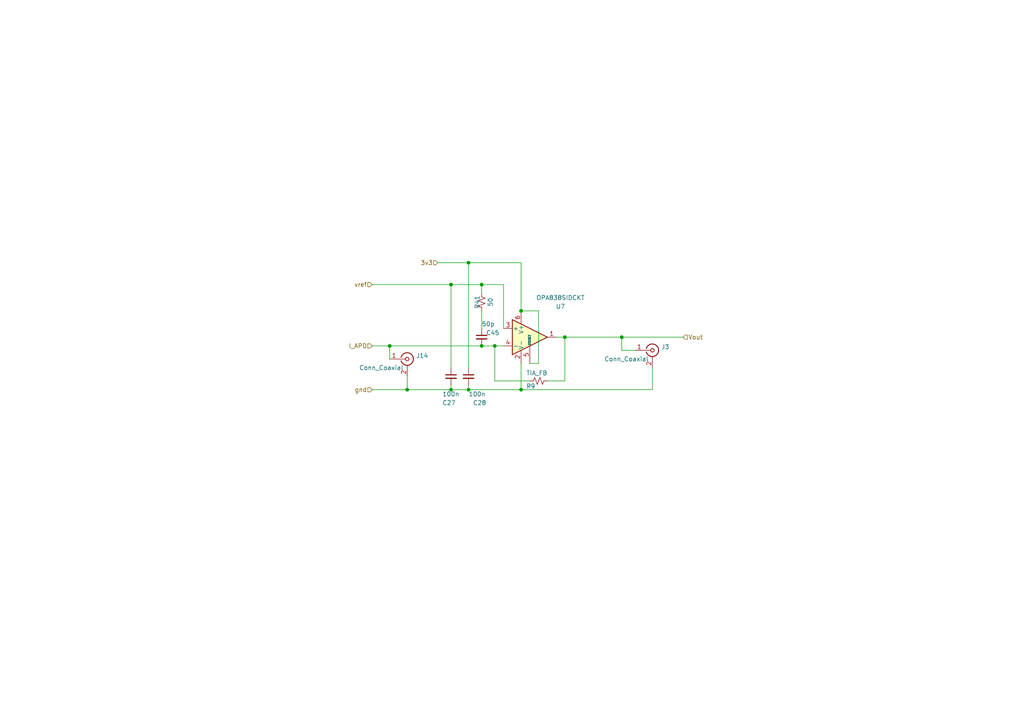
<source format=kicad_sch>
(kicad_sch
	(version 20231120)
	(generator "eeschema")
	(generator_version "8.0")
	(uuid "850ffad2-d63e-4dca-9db0-6e2624d14693")
	(paper "A4")
	(lib_symbols
		(symbol "Amplifier_Operational:ADA4807-1"
			(pin_names
				(offset 0.127)
			)
			(exclude_from_sim no)
			(in_bom yes)
			(on_board yes)
			(property "Reference" "U"
				(at 1.27 3.81 0)
				(effects
					(font
						(size 1.27 1.27)
					)
					(justify left)
				)
			)
			(property "Value" "ADA4807-1"
				(at 1.27 -3.81 0)
				(effects
					(font
						(size 1.27 1.27)
					)
					(justify left)
				)
			)
			(property "Footprint" ""
				(at 0 -6.35 0)
				(effects
					(font
						(size 1.27 1.27)
					)
					(hide yes)
				)
			)
			(property "Datasheet" "https://www.analog.com/media/en/technical-documentation/data-sheets/ADA4807-1_4807-2_4807-4.pdf"
				(at 0 -8.89 0)
				(effects
					(font
						(size 1.27 1.27)
					)
					(justify left)
					(hide yes)
				)
			)
			(property "Description" "Single Rail-to-Rail Input/Output Amplifiers, with disable, SC-70-6/SOT-23-6"
				(at 0 0 0)
				(effects
					(font
						(size 1.27 1.27)
					)
					(hide yes)
				)
			)
			(property "ki_keywords" "single opamp"
				(at 0 0 0)
				(effects
					(font
						(size 1.27 1.27)
					)
					(hide yes)
				)
			)
			(property "ki_fp_filters" "*SC*70* SOT?23*"
				(at 0 0 0)
				(effects
					(font
						(size 1.27 1.27)
					)
					(hide yes)
				)
			)
			(symbol "ADA4807-1_0_1"
				(polyline
					(pts
						(xy -5.08 5.08) (xy 5.08 0) (xy -5.08 -5.08) (xy -5.08 5.08)
					)
					(stroke
						(width 0.254)
						(type default)
					)
					(fill
						(type background)
					)
				)
			)
			(symbol "ADA4807-1_1_1"
				(pin output line
					(at 7.62 0 180)
					(length 2.54)
					(name "~"
						(effects
							(font
								(size 1.27 1.27)
							)
						)
					)
					(number "1"
						(effects
							(font
								(size 1.27 1.27)
							)
						)
					)
				)
				(pin power_in line
					(at -2.54 -7.62 90)
					(length 3.81)
					(name "V-"
						(effects
							(font
								(size 1.27 1.27)
							)
						)
					)
					(number "2"
						(effects
							(font
								(size 1.27 1.27)
							)
						)
					)
				)
				(pin input line
					(at -7.62 2.54 0)
					(length 2.54)
					(name "+"
						(effects
							(font
								(size 1.27 1.27)
							)
						)
					)
					(number "3"
						(effects
							(font
								(size 1.27 1.27)
							)
						)
					)
				)
				(pin input line
					(at -7.62 -2.54 0)
					(length 2.54)
					(name "-"
						(effects
							(font
								(size 1.27 1.27)
							)
						)
					)
					(number "4"
						(effects
							(font
								(size 1.27 1.27)
							)
						)
					)
				)
				(pin input line
					(at 0 -7.62 90)
					(length 5.08)
					(name "~{DISABLE}"
						(effects
							(font
								(size 0.508 0.508)
							)
						)
					)
					(number "5"
						(effects
							(font
								(size 1.27 1.27)
							)
						)
					)
				)
				(pin power_in line
					(at -2.54 7.62 270)
					(length 3.81)
					(name "V+"
						(effects
							(font
								(size 1.27 1.27)
							)
						)
					)
					(number "6"
						(effects
							(font
								(size 1.27 1.27)
							)
						)
					)
				)
			)
		)
		(symbol "Connector:Conn_Coaxial"
			(pin_names
				(offset 1.016) hide)
			(exclude_from_sim no)
			(in_bom yes)
			(on_board yes)
			(property "Reference" "J"
				(at 0.254 3.048 0)
				(effects
					(font
						(size 1.27 1.27)
					)
				)
			)
			(property "Value" "Conn_Coaxial"
				(at 2.921 0 90)
				(effects
					(font
						(size 1.27 1.27)
					)
				)
			)
			(property "Footprint" ""
				(at 0 0 0)
				(effects
					(font
						(size 1.27 1.27)
					)
					(hide yes)
				)
			)
			(property "Datasheet" " ~"
				(at 0 0 0)
				(effects
					(font
						(size 1.27 1.27)
					)
					(hide yes)
				)
			)
			(property "Description" "coaxial connector (BNC, SMA, SMB, SMC, Cinch/RCA, LEMO, ...)"
				(at 0 0 0)
				(effects
					(font
						(size 1.27 1.27)
					)
					(hide yes)
				)
			)
			(property "ki_keywords" "BNC SMA SMB SMC LEMO coaxial connector CINCH RCA"
				(at 0 0 0)
				(effects
					(font
						(size 1.27 1.27)
					)
					(hide yes)
				)
			)
			(property "ki_fp_filters" "*BNC* *SMA* *SMB* *SMC* *Cinch* *LEMO*"
				(at 0 0 0)
				(effects
					(font
						(size 1.27 1.27)
					)
					(hide yes)
				)
			)
			(symbol "Conn_Coaxial_0_1"
				(arc
					(start -1.778 -0.508)
					(mid 0.2311 -1.8066)
					(end 1.778 0)
					(stroke
						(width 0.254)
						(type default)
					)
					(fill
						(type none)
					)
				)
				(polyline
					(pts
						(xy -2.54 0) (xy -0.508 0)
					)
					(stroke
						(width 0)
						(type default)
					)
					(fill
						(type none)
					)
				)
				(polyline
					(pts
						(xy 0 -2.54) (xy 0 -1.778)
					)
					(stroke
						(width 0)
						(type default)
					)
					(fill
						(type none)
					)
				)
				(circle
					(center 0 0)
					(radius 0.508)
					(stroke
						(width 0.2032)
						(type default)
					)
					(fill
						(type none)
					)
				)
				(arc
					(start 1.778 0)
					(mid 0.2099 1.8101)
					(end -1.778 0.508)
					(stroke
						(width 0.254)
						(type default)
					)
					(fill
						(type none)
					)
				)
			)
			(symbol "Conn_Coaxial_1_1"
				(pin passive line
					(at -5.08 0 0)
					(length 2.54)
					(name "In"
						(effects
							(font
								(size 1.27 1.27)
							)
						)
					)
					(number "1"
						(effects
							(font
								(size 1.27 1.27)
							)
						)
					)
				)
				(pin passive line
					(at 0 -5.08 90)
					(length 2.54)
					(name "Ext"
						(effects
							(font
								(size 1.27 1.27)
							)
						)
					)
					(number "2"
						(effects
							(font
								(size 1.27 1.27)
							)
						)
					)
				)
			)
		)
		(symbol "Device:C_Small"
			(pin_numbers hide)
			(pin_names
				(offset 0.254) hide)
			(exclude_from_sim no)
			(in_bom yes)
			(on_board yes)
			(property "Reference" "C"
				(at 0.254 1.778 0)
				(effects
					(font
						(size 1.27 1.27)
					)
					(justify left)
				)
			)
			(property "Value" "C_Small"
				(at 0.254 -2.032 0)
				(effects
					(font
						(size 1.27 1.27)
					)
					(justify left)
				)
			)
			(property "Footprint" ""
				(at 0 0 0)
				(effects
					(font
						(size 1.27 1.27)
					)
					(hide yes)
				)
			)
			(property "Datasheet" "~"
				(at 0 0 0)
				(effects
					(font
						(size 1.27 1.27)
					)
					(hide yes)
				)
			)
			(property "Description" "Unpolarized capacitor, small symbol"
				(at 0 0 0)
				(effects
					(font
						(size 1.27 1.27)
					)
					(hide yes)
				)
			)
			(property "ki_keywords" "capacitor cap"
				(at 0 0 0)
				(effects
					(font
						(size 1.27 1.27)
					)
					(hide yes)
				)
			)
			(property "ki_fp_filters" "C_*"
				(at 0 0 0)
				(effects
					(font
						(size 1.27 1.27)
					)
					(hide yes)
				)
			)
			(symbol "C_Small_0_1"
				(polyline
					(pts
						(xy -1.524 -0.508) (xy 1.524 -0.508)
					)
					(stroke
						(width 0.3302)
						(type default)
					)
					(fill
						(type none)
					)
				)
				(polyline
					(pts
						(xy -1.524 0.508) (xy 1.524 0.508)
					)
					(stroke
						(width 0.3048)
						(type default)
					)
					(fill
						(type none)
					)
				)
			)
			(symbol "C_Small_1_1"
				(pin passive line
					(at 0 2.54 270)
					(length 2.032)
					(name "~"
						(effects
							(font
								(size 1.27 1.27)
							)
						)
					)
					(number "1"
						(effects
							(font
								(size 1.27 1.27)
							)
						)
					)
				)
				(pin passive line
					(at 0 -2.54 90)
					(length 2.032)
					(name "~"
						(effects
							(font
								(size 1.27 1.27)
							)
						)
					)
					(number "2"
						(effects
							(font
								(size 1.27 1.27)
							)
						)
					)
				)
			)
		)
		(symbol "Device:R_Small_US"
			(pin_numbers hide)
			(pin_names
				(offset 0.254) hide)
			(exclude_from_sim no)
			(in_bom yes)
			(on_board yes)
			(property "Reference" "R"
				(at 0.762 0.508 0)
				(effects
					(font
						(size 1.27 1.27)
					)
					(justify left)
				)
			)
			(property "Value" "R_Small_US"
				(at 0.762 -1.016 0)
				(effects
					(font
						(size 1.27 1.27)
					)
					(justify left)
				)
			)
			(property "Footprint" ""
				(at 0 0 0)
				(effects
					(font
						(size 1.27 1.27)
					)
					(hide yes)
				)
			)
			(property "Datasheet" "~"
				(at 0 0 0)
				(effects
					(font
						(size 1.27 1.27)
					)
					(hide yes)
				)
			)
			(property "Description" "Resistor, small US symbol"
				(at 0 0 0)
				(effects
					(font
						(size 1.27 1.27)
					)
					(hide yes)
				)
			)
			(property "ki_keywords" "r resistor"
				(at 0 0 0)
				(effects
					(font
						(size 1.27 1.27)
					)
					(hide yes)
				)
			)
			(property "ki_fp_filters" "R_*"
				(at 0 0 0)
				(effects
					(font
						(size 1.27 1.27)
					)
					(hide yes)
				)
			)
			(symbol "R_Small_US_1_1"
				(polyline
					(pts
						(xy 0 0) (xy 1.016 -0.381) (xy 0 -0.762) (xy -1.016 -1.143) (xy 0 -1.524)
					)
					(stroke
						(width 0)
						(type default)
					)
					(fill
						(type none)
					)
				)
				(polyline
					(pts
						(xy 0 1.524) (xy 1.016 1.143) (xy 0 0.762) (xy -1.016 0.381) (xy 0 0)
					)
					(stroke
						(width 0)
						(type default)
					)
					(fill
						(type none)
					)
				)
				(pin passive line
					(at 0 2.54 270)
					(length 1.016)
					(name "~"
						(effects
							(font
								(size 1.27 1.27)
							)
						)
					)
					(number "1"
						(effects
							(font
								(size 1.27 1.27)
							)
						)
					)
				)
				(pin passive line
					(at 0 -2.54 90)
					(length 1.016)
					(name "~"
						(effects
							(font
								(size 1.27 1.27)
							)
						)
					)
					(number "2"
						(effects
							(font
								(size 1.27 1.27)
							)
						)
					)
				)
			)
		)
	)
	(junction
		(at 118.11 113.03)
		(diameter 0)
		(color 0 0 0 0)
		(uuid "1e12e8b7-1e32-4e58-b11c-b1e6b18a50ac")
	)
	(junction
		(at 135.89 113.03)
		(diameter 0)
		(color 0 0 0 0)
		(uuid "2b9ac8bb-b2ef-4d12-a89a-d7f6a4deff89")
	)
	(junction
		(at 151.13 90.17)
		(diameter 0)
		(color 0 0 0 0)
		(uuid "30d01942-6870-429f-bbc7-9e4ca548c5c9")
	)
	(junction
		(at 139.7 100.33)
		(diameter 0)
		(color 0 0 0 0)
		(uuid "3f327f3e-9c88-4ce8-98c5-a0eb1864f527")
	)
	(junction
		(at 135.89 76.2)
		(diameter 0)
		(color 0 0 0 0)
		(uuid "53b14fd1-879a-41ad-baa1-67e390332177")
	)
	(junction
		(at 130.81 113.03)
		(diameter 0)
		(color 0 0 0 0)
		(uuid "556c6881-1118-4ba8-a9ff-789cf9a95687")
	)
	(junction
		(at 113.03 100.33)
		(diameter 0)
		(color 0 0 0 0)
		(uuid "563690b9-b843-486b-a909-76ad8cbcbc67")
	)
	(junction
		(at 143.51 100.33)
		(diameter 0)
		(color 0 0 0 0)
		(uuid "a48f48fc-81dc-4051-a096-88641ad8095c")
	)
	(junction
		(at 151.13 113.03)
		(diameter 0)
		(color 0 0 0 0)
		(uuid "bd3e856c-a857-4684-81f2-e675c7c53c5e")
	)
	(junction
		(at 130.81 82.55)
		(diameter 0)
		(color 0 0 0 0)
		(uuid "be926295-a959-4f67-b02f-5b3ed16f164d")
	)
	(junction
		(at 180.34 97.79)
		(diameter 0)
		(color 0 0 0 0)
		(uuid "c8a69ea3-2734-458a-8d25-ca41438dd5eb")
	)
	(junction
		(at 139.7 82.55)
		(diameter 0)
		(color 0 0 0 0)
		(uuid "dfd9bc4b-51b5-453e-8586-9413909f0499")
	)
	(junction
		(at 163.83 97.79)
		(diameter 0)
		(color 0 0 0 0)
		(uuid "ffec3452-9e4c-402e-9a59-69dd397db06f")
	)
	(wire
		(pts
			(xy 163.83 97.79) (xy 180.34 97.79)
		)
		(stroke
			(width 0)
			(type default)
		)
		(uuid "033155ca-efd4-4934-b7a7-0b2169a50f37")
	)
	(wire
		(pts
			(xy 127 76.2) (xy 135.89 76.2)
		)
		(stroke
			(width 0)
			(type default)
		)
		(uuid "0919c1c7-9fdb-45e5-9538-654fe1620aab")
	)
	(wire
		(pts
			(xy 118.11 109.22) (xy 118.11 113.03)
		)
		(stroke
			(width 0)
			(type default)
		)
		(uuid "13f7634f-9bb1-4ad6-8e5a-c354899cf10a")
	)
	(wire
		(pts
			(xy 146.05 82.55) (xy 146.05 95.25)
		)
		(stroke
			(width 0)
			(type default)
		)
		(uuid "1842fdd5-ce8e-4359-9673-4dc81f1aa52c")
	)
	(wire
		(pts
			(xy 151.13 105.41) (xy 151.13 113.03)
		)
		(stroke
			(width 0)
			(type default)
		)
		(uuid "19567b3e-683d-48e8-ae08-3243067a2c2f")
	)
	(wire
		(pts
			(xy 113.03 100.33) (xy 139.7 100.33)
		)
		(stroke
			(width 0)
			(type default)
		)
		(uuid "1e720a17-55f1-465e-abdd-be29c39b4763")
	)
	(wire
		(pts
			(xy 135.89 113.03) (xy 130.81 113.03)
		)
		(stroke
			(width 0)
			(type default)
		)
		(uuid "21f9fd69-9bb1-463a-96ef-e2ad5cdcaa6c")
	)
	(wire
		(pts
			(xy 189.23 113.03) (xy 151.13 113.03)
		)
		(stroke
			(width 0)
			(type default)
		)
		(uuid "26e07774-c2ac-4843-bcbd-7065e9b42cf7")
	)
	(wire
		(pts
			(xy 153.67 110.49) (xy 143.51 110.49)
		)
		(stroke
			(width 0)
			(type default)
		)
		(uuid "3954f423-b786-471d-9dfb-27a5cc37a0a6")
	)
	(wire
		(pts
			(xy 151.13 113.03) (xy 135.89 113.03)
		)
		(stroke
			(width 0)
			(type default)
		)
		(uuid "39af36bb-ff71-4708-9414-837255499dc5")
	)
	(wire
		(pts
			(xy 107.95 113.03) (xy 118.11 113.03)
		)
		(stroke
			(width 0)
			(type default)
		)
		(uuid "3ba5f95a-3958-4227-823f-a9a9bd652db5")
	)
	(wire
		(pts
			(xy 139.7 90.17) (xy 139.7 95.25)
		)
		(stroke
			(width 0)
			(type default)
		)
		(uuid "4448d7e9-c20c-4211-890e-e9caf11189fc")
	)
	(wire
		(pts
			(xy 139.7 82.55) (xy 146.05 82.55)
		)
		(stroke
			(width 0)
			(type default)
		)
		(uuid "4b15564a-7af2-464f-bae5-b29d4bfb60f0")
	)
	(wire
		(pts
			(xy 107.95 82.55) (xy 130.81 82.55)
		)
		(stroke
			(width 0)
			(type default)
		)
		(uuid "4d56ed3a-0d20-49ae-ba71-12ca36a3eeb7")
	)
	(wire
		(pts
			(xy 139.7 100.33) (xy 143.51 100.33)
		)
		(stroke
			(width 0)
			(type default)
		)
		(uuid "4dfcd94b-440e-45d8-ba61-e0e18e3022c5")
	)
	(wire
		(pts
			(xy 156.21 90.17) (xy 151.13 90.17)
		)
		(stroke
			(width 0)
			(type default)
		)
		(uuid "500e2473-3bc1-46cb-835d-f8e87e98cf99")
	)
	(wire
		(pts
			(xy 153.67 105.41) (xy 156.21 105.41)
		)
		(stroke
			(width 0)
			(type default)
		)
		(uuid "5ae271cd-7abf-4ad6-993d-4d1f5e5d7551")
	)
	(wire
		(pts
			(xy 130.81 82.55) (xy 130.81 106.68)
		)
		(stroke
			(width 0)
			(type default)
		)
		(uuid "6b74a168-5d7b-4d08-9a76-51b743083749")
	)
	(wire
		(pts
			(xy 156.21 105.41) (xy 156.21 90.17)
		)
		(stroke
			(width 0)
			(type default)
		)
		(uuid "71d31ec0-d498-4944-9a49-db7a46d50c19")
	)
	(wire
		(pts
			(xy 143.51 100.33) (xy 146.05 100.33)
		)
		(stroke
			(width 0)
			(type default)
		)
		(uuid "896f4657-f42f-4d04-aefd-2a0b33a5b453")
	)
	(wire
		(pts
			(xy 118.11 113.03) (xy 130.81 113.03)
		)
		(stroke
			(width 0)
			(type default)
		)
		(uuid "8f2ecf18-6d55-40b2-b62a-6df653b02c8d")
	)
	(wire
		(pts
			(xy 189.23 106.68) (xy 189.23 113.03)
		)
		(stroke
			(width 0)
			(type default)
		)
		(uuid "93695d4c-ecf6-4383-9349-2917a9b60dac")
	)
	(wire
		(pts
			(xy 130.81 113.03) (xy 130.81 111.76)
		)
		(stroke
			(width 0)
			(type default)
		)
		(uuid "9ba1cdc8-1a44-45d8-af29-47fd8c45aa17")
	)
	(wire
		(pts
			(xy 113.03 100.33) (xy 113.03 104.14)
		)
		(stroke
			(width 0)
			(type default)
		)
		(uuid "a287bf97-1adb-460a-9ae1-8337329e9f1f")
	)
	(wire
		(pts
			(xy 107.95 100.33) (xy 113.03 100.33)
		)
		(stroke
			(width 0)
			(type default)
		)
		(uuid "af5360d6-8780-48b2-b308-763197580c02")
	)
	(wire
		(pts
			(xy 151.13 76.2) (xy 151.13 90.17)
		)
		(stroke
			(width 0)
			(type default)
		)
		(uuid "aff9b715-004b-496b-b7a5-8a3d352dea1a")
	)
	(wire
		(pts
			(xy 135.89 76.2) (xy 151.13 76.2)
		)
		(stroke
			(width 0)
			(type default)
		)
		(uuid "b993f1e1-6ce3-4d4a-90a7-631d6ca6854b")
	)
	(wire
		(pts
			(xy 184.15 101.6) (xy 180.34 101.6)
		)
		(stroke
			(width 0)
			(type default)
		)
		(uuid "bff01f7d-b175-4a40-b933-7b473bcb9140")
	)
	(wire
		(pts
			(xy 135.89 113.03) (xy 135.89 111.76)
		)
		(stroke
			(width 0)
			(type default)
		)
		(uuid "c11f1ae8-9738-4be8-8006-d9f70c9e3658")
	)
	(wire
		(pts
			(xy 180.34 101.6) (xy 180.34 97.79)
		)
		(stroke
			(width 0)
			(type default)
		)
		(uuid "cf1963d9-43d8-44e4-bc34-9eae3177e316")
	)
	(wire
		(pts
			(xy 180.34 97.79) (xy 198.12 97.79)
		)
		(stroke
			(width 0)
			(type default)
		)
		(uuid "d24ca0bf-74ba-4baf-b6c0-80d015898986")
	)
	(wire
		(pts
			(xy 163.83 110.49) (xy 163.83 97.79)
		)
		(stroke
			(width 0)
			(type default)
		)
		(uuid "d8157c76-0e33-4f01-9eac-87eca9e8e38f")
	)
	(wire
		(pts
			(xy 143.51 110.49) (xy 143.51 100.33)
		)
		(stroke
			(width 0)
			(type default)
		)
		(uuid "dd036acd-7e6a-4f02-b188-05054236029f")
	)
	(wire
		(pts
			(xy 135.89 106.68) (xy 135.89 76.2)
		)
		(stroke
			(width 0)
			(type default)
		)
		(uuid "f2871b8d-ac96-4eee-9521-060d0624043c")
	)
	(wire
		(pts
			(xy 139.7 82.55) (xy 139.7 85.09)
		)
		(stroke
			(width 0)
			(type default)
		)
		(uuid "f9e838f9-76c7-4474-bc4e-2e2ff8ad7863")
	)
	(wire
		(pts
			(xy 158.75 110.49) (xy 163.83 110.49)
		)
		(stroke
			(width 0)
			(type default)
		)
		(uuid "fb635d95-7100-4c05-a33e-7d995a9dd129")
	)
	(wire
		(pts
			(xy 163.83 97.79) (xy 161.29 97.79)
		)
		(stroke
			(width 0)
			(type default)
		)
		(uuid "fccc01e5-d61a-43ef-b8e2-3dbb39fe3b65")
	)
	(wire
		(pts
			(xy 130.81 82.55) (xy 139.7 82.55)
		)
		(stroke
			(width 0)
			(type default)
		)
		(uuid "fda8228a-8a20-4eb0-8380-bb8101d167f0")
	)
	(hierarchical_label "3v3"
		(shape input)
		(at 127 76.2 180)
		(fields_autoplaced yes)
		(effects
			(font
				(size 1.27 1.27)
			)
			(justify right)
		)
		(uuid "3022579f-b1a2-487e-814c-db193073aa97")
	)
	(hierarchical_label "I_APD"
		(shape input)
		(at 107.95 100.33 180)
		(fields_autoplaced yes)
		(effects
			(font
				(size 1.27 1.27)
			)
			(justify right)
		)
		(uuid "7423b3cc-e15e-4308-94d5-09dab905d6e5")
	)
	(hierarchical_label "gnd"
		(shape input)
		(at 107.95 113.03 180)
		(fields_autoplaced yes)
		(effects
			(font
				(size 1.27 1.27)
			)
			(justify right)
		)
		(uuid "85006e30-d950-4ee6-90dd-a1b0b97ad914")
	)
	(hierarchical_label "Vout"
		(shape input)
		(at 198.12 97.79 0)
		(fields_autoplaced yes)
		(effects
			(font
				(size 1.27 1.27)
			)
			(justify left)
		)
		(uuid "a40bdb44-50bd-4265-b232-c3345af30508")
	)
	(hierarchical_label "vref"
		(shape input)
		(at 107.95 82.55 180)
		(fields_autoplaced yes)
		(effects
			(font
				(size 1.27 1.27)
			)
			(justify right)
		)
		(uuid "f99601f5-abdc-494c-aba9-76db1fe40599")
	)
	(symbol
		(lib_id "Device:R_Small_US")
		(at 139.7 87.63 180)
		(unit 1)
		(exclude_from_sim no)
		(in_bom yes)
		(on_board yes)
		(dnp no)
		(uuid "006298e6-c55d-4bf1-9a6c-ab4d493ab1ee")
		(property "Reference" "R41"
			(at 138.43 87.63 90)
			(effects
				(font
					(size 1.27 1.27)
				)
			)
		)
		(property "Value" "50"
			(at 142.24 87.63 90)
			(effects
				(font
					(size 1.27 1.27)
				)
			)
		)
		(property "Footprint" "Resistor_SMD:R_0402_1005Metric"
			(at 139.7 87.63 0)
			(effects
				(font
					(size 1.27 1.27)
				)
				(hide yes)
			)
		)
		(property "Datasheet" "~"
			(at 139.7 87.63 0)
			(effects
				(font
					(size 1.27 1.27)
				)
				(hide yes)
			)
		)
		(property "Description" ""
			(at 139.7 87.63 0)
			(effects
				(font
					(size 1.27 1.27)
				)
				(hide yes)
			)
		)
		(pin "1"
			(uuid "1cd0e66a-1483-4c0a-9ae4-bba9c34e7841")
		)
		(pin "2"
			(uuid "5c75db1f-baf9-4f55-8768-2cfbd4235f4a")
		)
		(instances
			(project "controller test board"
				(path "/e63e39d7-6ac0-4ffd-8aa3-1841a4541b55/fa98a317-14ca-498d-8226-47acdff0c9f6"
					(reference "R41")
					(unit 1)
				)
			)
		)
	)
	(symbol
		(lib_id "Connector:Conn_Coaxial")
		(at 189.23 101.6 0)
		(unit 1)
		(exclude_from_sim no)
		(in_bom yes)
		(on_board yes)
		(dnp no)
		(uuid "4d0d1336-ffc8-41f9-8b32-772a38efb552")
		(property "Reference" "J3"
			(at 191.77 100.6231 0)
			(effects
				(font
					(size 1.27 1.27)
				)
				(justify left)
			)
		)
		(property "Value" "Conn_Coaxial"
			(at 175.26 104.14 0)
			(effects
				(font
					(size 1.27 1.27)
				)
				(justify left)
			)
		)
		(property "Footprint" "Connector_Coaxial:SMA_Samtec_SMA-J-P-X-ST-EM1_EdgeMount"
			(at 189.23 101.6 0)
			(effects
				(font
					(size 1.27 1.27)
				)
				(hide yes)
			)
		)
		(property "Datasheet" " ~"
			(at 189.23 101.6 0)
			(effects
				(font
					(size 1.27 1.27)
				)
				(hide yes)
			)
		)
		(property "Description" ""
			(at 189.23 101.6 0)
			(effects
				(font
					(size 1.27 1.27)
				)
				(hide yes)
			)
		)
		(pin "1"
			(uuid "b475a48a-b68b-4c65-9296-218b18f00511")
		)
		(pin "2"
			(uuid "768a50cc-b04b-4cc3-84cc-b3419836303f")
		)
		(instances
			(project "controller test board"
				(path "/e63e39d7-6ac0-4ffd-8aa3-1841a4541b55/fa98a317-14ca-498d-8226-47acdff0c9f6"
					(reference "J3")
					(unit 1)
				)
			)
		)
	)
	(symbol
		(lib_id "Device:R_Small_US")
		(at 156.21 110.49 90)
		(unit 1)
		(exclude_from_sim no)
		(in_bom yes)
		(on_board yes)
		(dnp no)
		(uuid "682d5db4-e756-4510-9849-aca6de3105dd")
		(property "Reference" "R9"
			(at 153.924 112.014 90)
			(effects
				(font
					(size 1.27 1.27)
				)
			)
		)
		(property "Value" "TIA_FB"
			(at 155.702 108.204 90)
			(effects
				(font
					(size 1.27 1.27)
				)
			)
		)
		(property "Footprint" "Capacitor_SMD:C_0402_1005Metric"
			(at 156.21 110.49 0)
			(effects
				(font
					(size 1.27 1.27)
				)
				(hide yes)
			)
		)
		(property "Datasheet" "~"
			(at 156.21 110.49 0)
			(effects
				(font
					(size 1.27 1.27)
				)
				(hide yes)
			)
		)
		(property "Description" ""
			(at 156.21 110.49 0)
			(effects
				(font
					(size 1.27 1.27)
				)
				(hide yes)
			)
		)
		(pin "1"
			(uuid "6f689530-7c9d-4083-8bfe-ea5ae16dcadf")
		)
		(pin "2"
			(uuid "d9c83c48-9c91-4a6e-a3c1-ff68a7431299")
		)
		(instances
			(project "controller test board"
				(path "/e63e39d7-6ac0-4ffd-8aa3-1841a4541b55/fa98a317-14ca-498d-8226-47acdff0c9f6"
					(reference "R9")
					(unit 1)
				)
			)
		)
	)
	(symbol
		(lib_id "Device:C_Small")
		(at 130.81 109.22 0)
		(unit 1)
		(exclude_from_sim no)
		(in_bom yes)
		(on_board yes)
		(dnp no)
		(uuid "72c31dc3-f808-47b0-af85-ff82ce88630f")
		(property "Reference" "C27"
			(at 128.27 116.84 0)
			(effects
				(font
					(size 1.27 1.27)
				)
				(justify left)
			)
		)
		(property "Value" "100n"
			(at 128.27 114.3 0)
			(effects
				(font
					(size 1.27 1.27)
				)
				(justify left)
			)
		)
		(property "Footprint" "Capacitor_SMD:C_0402_1005Metric"
			(at 130.81 109.22 0)
			(effects
				(font
					(size 1.27 1.27)
				)
				(hide yes)
			)
		)
		(property "Datasheet" "~"
			(at 130.81 109.22 0)
			(effects
				(font
					(size 1.27 1.27)
				)
				(hide yes)
			)
		)
		(property "Description" ""
			(at 130.81 109.22 0)
			(effects
				(font
					(size 1.27 1.27)
				)
				(hide yes)
			)
		)
		(pin "1"
			(uuid "7db65a31-4e52-4c88-b75a-74e955510e3f")
		)
		(pin "2"
			(uuid "9a1949c9-461d-4b2b-8420-a741226e4ba8")
		)
		(instances
			(project "controller test board"
				(path "/e63e39d7-6ac0-4ffd-8aa3-1841a4541b55/fa98a317-14ca-498d-8226-47acdff0c9f6"
					(reference "C27")
					(unit 1)
				)
			)
		)
	)
	(symbol
		(lib_id "Device:C_Small")
		(at 135.89 109.22 0)
		(unit 1)
		(exclude_from_sim no)
		(in_bom yes)
		(on_board yes)
		(dnp no)
		(uuid "b90f9b59-73de-462a-bdab-b3be7172436c")
		(property "Reference" "C28"
			(at 137.16 116.84 0)
			(effects
				(font
					(size 1.27 1.27)
				)
				(justify left)
			)
		)
		(property "Value" "100n"
			(at 135.89 114.3 0)
			(effects
				(font
					(size 1.27 1.27)
				)
				(justify left)
			)
		)
		(property "Footprint" "Capacitor_SMD:C_0402_1005Metric"
			(at 135.89 109.22 0)
			(effects
				(font
					(size 1.27 1.27)
				)
				(hide yes)
			)
		)
		(property "Datasheet" "~"
			(at 135.89 109.22 0)
			(effects
				(font
					(size 1.27 1.27)
				)
				(hide yes)
			)
		)
		(property "Description" ""
			(at 135.89 109.22 0)
			(effects
				(font
					(size 1.27 1.27)
				)
				(hide yes)
			)
		)
		(pin "1"
			(uuid "25408238-ce25-4d5c-b875-67761a06d43b")
		)
		(pin "2"
			(uuid "164f0c53-7533-44c9-b21a-154bf8953476")
		)
		(instances
			(project "controller test board"
				(path "/e63e39d7-6ac0-4ffd-8aa3-1841a4541b55/fa98a317-14ca-498d-8226-47acdff0c9f6"
					(reference "C28")
					(unit 1)
				)
			)
		)
	)
	(symbol
		(lib_id "Connector:Conn_Coaxial")
		(at 118.11 104.14 0)
		(unit 1)
		(exclude_from_sim no)
		(in_bom yes)
		(on_board yes)
		(dnp no)
		(uuid "d012f9cb-57fb-46ca-9bd8-3b824c194f7a")
		(property "Reference" "J14"
			(at 120.65 103.1631 0)
			(effects
				(font
					(size 1.27 1.27)
				)
				(justify left)
			)
		)
		(property "Value" "Conn_Coaxial"
			(at 104.14 106.68 0)
			(effects
				(font
					(size 1.27 1.27)
				)
				(justify left)
			)
		)
		(property "Footprint" "Connector_Coaxial:SMA_Samtec_SMA-J-P-X-ST-EM1_EdgeMount"
			(at 118.11 104.14 0)
			(effects
				(font
					(size 1.27 1.27)
				)
				(hide yes)
			)
		)
		(property "Datasheet" " ~"
			(at 118.11 104.14 0)
			(effects
				(font
					(size 1.27 1.27)
				)
				(hide yes)
			)
		)
		(property "Description" ""
			(at 118.11 104.14 0)
			(effects
				(font
					(size 1.27 1.27)
				)
				(hide yes)
			)
		)
		(pin "1"
			(uuid "c3be3889-9913-411c-9948-172372d6574f")
		)
		(pin "2"
			(uuid "3dbd2bf0-65d3-4475-a9dc-e402c1fdf765")
		)
		(instances
			(project "controller test board"
				(path "/e63e39d7-6ac0-4ffd-8aa3-1841a4541b55/fa98a317-14ca-498d-8226-47acdff0c9f6"
					(reference "J14")
					(unit 1)
				)
			)
		)
	)
	(symbol
		(lib_id "Amplifier_Operational:ADA4807-1")
		(at 153.67 97.79 0)
		(unit 1)
		(exclude_from_sim no)
		(in_bom yes)
		(on_board yes)
		(dnp no)
		(uuid "d9ad94bb-34f0-4f1a-8524-bdaeaee863fb")
		(property "Reference" "U7"
			(at 162.56 88.9 0)
			(effects
				(font
					(size 1.27 1.27)
				)
			)
		)
		(property "Value" "OPA838SIDCKT"
			(at 162.56 86.36 0)
			(effects
				(font
					(size 1.27 1.27)
				)
			)
		)
		(property "Footprint" "Package_TO_SOT_SMD:SOT-363_SC-70-6"
			(at 153.67 104.14 0)
			(effects
				(font
					(size 1.27 1.27)
				)
				(hide yes)
			)
		)
		(property "Datasheet" "https://www.analog.com/media/en/technical-documentation/data-sheets/ADA4807-1_4807-2_4807-4.pdf"
			(at 153.67 106.68 0)
			(effects
				(font
					(size 1.27 1.27)
				)
				(justify left)
				(hide yes)
			)
		)
		(property "Description" ""
			(at 153.67 97.79 0)
			(effects
				(font
					(size 1.27 1.27)
				)
				(hide yes)
			)
		)
		(pin "1"
			(uuid "7739676f-74a4-4276-8300-a92486fee4dc")
		)
		(pin "2"
			(uuid "68749e4e-c6fe-41eb-af3a-29aeb0706aa3")
		)
		(pin "3"
			(uuid "e78a0281-86b2-4c0d-817d-12bc27d269bb")
		)
		(pin "4"
			(uuid "6ca7e4a5-7bde-4f72-a85f-5d11aea31a8e")
		)
		(pin "5"
			(uuid "d87da4fe-21f0-4657-8205-602e9208abb8")
		)
		(pin "6"
			(uuid "0574e075-2594-4438-bbc0-8c8fc583653d")
		)
		(instances
			(project "controller test board"
				(path "/e63e39d7-6ac0-4ffd-8aa3-1841a4541b55/fa98a317-14ca-498d-8226-47acdff0c9f6"
					(reference "U7")
					(unit 1)
				)
			)
		)
	)
	(symbol
		(lib_id "Device:C_Small")
		(at 139.7 97.79 0)
		(unit 1)
		(exclude_from_sim no)
		(in_bom yes)
		(on_board yes)
		(dnp no)
		(uuid "e93cfa98-2de9-4deb-a531-a821b57b4db1")
		(property "Reference" "C45"
			(at 140.97 96.52 0)
			(effects
				(font
					(size 1.27 1.27)
				)
				(justify left)
			)
		)
		(property "Value" "50p"
			(at 139.7 93.98 0)
			(effects
				(font
					(size 1.27 1.27)
				)
				(justify left)
			)
		)
		(property "Footprint" "Capacitor_SMD:C_0402_1005Metric"
			(at 139.7 97.79 0)
			(effects
				(font
					(size 1.27 1.27)
				)
				(hide yes)
			)
		)
		(property "Datasheet" "~"
			(at 139.7 97.79 0)
			(effects
				(font
					(size 1.27 1.27)
				)
				(hide yes)
			)
		)
		(property "Description" ""
			(at 139.7 97.79 0)
			(effects
				(font
					(size 1.27 1.27)
				)
				(hide yes)
			)
		)
		(pin "1"
			(uuid "1eaf04fa-ddb7-4fbc-92eb-5febad5685e2")
		)
		(pin "2"
			(uuid "62d76403-e4f7-42a9-bd44-22a0e03a7fc1")
		)
		(instances
			(project "controller test board"
				(path "/e63e39d7-6ac0-4ffd-8aa3-1841a4541b55/fa98a317-14ca-498d-8226-47acdff0c9f6"
					(reference "C45")
					(unit 1)
				)
			)
		)
	)
)

</source>
